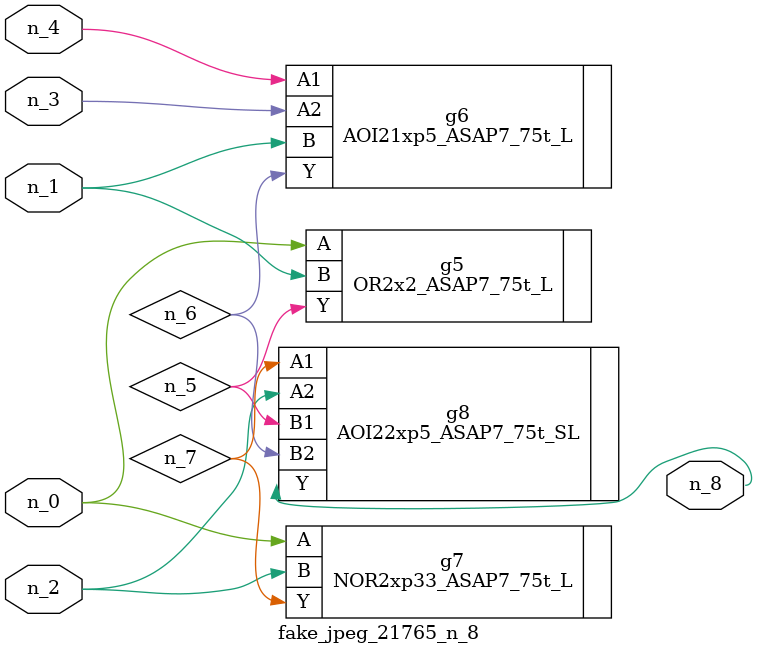
<source format=v>
module fake_jpeg_21765_n_8 (n_3, n_2, n_1, n_0, n_4, n_8);

input n_3;
input n_2;
input n_1;
input n_0;
input n_4;

output n_8;

wire n_6;
wire n_5;
wire n_7;

OR2x2_ASAP7_75t_L g5 ( 
.A(n_0),
.B(n_1),
.Y(n_5)
);

AOI21xp5_ASAP7_75t_L g6 ( 
.A1(n_4),
.A2(n_3),
.B(n_1),
.Y(n_6)
);

NOR2xp33_ASAP7_75t_L g7 ( 
.A(n_0),
.B(n_2),
.Y(n_7)
);

AOI22xp5_ASAP7_75t_SL g8 ( 
.A1(n_7),
.A2(n_2),
.B1(n_5),
.B2(n_6),
.Y(n_8)
);


endmodule
</source>
